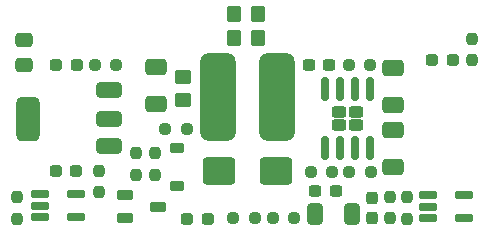
<source format=gbr>
%TF.GenerationSoftware,KiCad,Pcbnew,(7.0.0)*%
%TF.CreationDate,2023-08-10T18:16:06+02:00*%
%TF.ProjectId,SiboorVoronExt,5369626f-6f72-4566-9f72-6f6e4578742e,rev?*%
%TF.SameCoordinates,Original*%
%TF.FileFunction,Paste,Top*%
%TF.FilePolarity,Positive*%
%FSLAX46Y46*%
G04 Gerber Fmt 4.6, Leading zero omitted, Abs format (unit mm)*
G04 Created by KiCad (PCBNEW (7.0.0)) date 2023-08-10 18:16:06*
%MOMM*%
%LPD*%
G01*
G04 APERTURE LIST*
G04 Aperture macros list*
%AMRoundRect*
0 Rectangle with rounded corners*
0 $1 Rounding radius*
0 $2 $3 $4 $5 $6 $7 $8 $9 X,Y pos of 4 corners*
0 Add a 4 corners polygon primitive as box body*
4,1,4,$2,$3,$4,$5,$6,$7,$8,$9,$2,$3,0*
0 Add four circle primitives for the rounded corners*
1,1,$1+$1,$2,$3*
1,1,$1+$1,$4,$5*
1,1,$1+$1,$6,$7*
1,1,$1+$1,$8,$9*
0 Add four rect primitives between the rounded corners*
20,1,$1+$1,$2,$3,$4,$5,0*
20,1,$1+$1,$4,$5,$6,$7,0*
20,1,$1+$1,$6,$7,$8,$9,0*
20,1,$1+$1,$8,$9,$2,$3,0*%
G04 Aperture macros list end*
%ADD10RoundRect,0.250000X1.100000X0.900000X-1.100000X0.900000X-1.100000X-0.900000X1.100000X-0.900000X0*%
%ADD11RoundRect,0.237500X-0.237500X0.250000X-0.237500X-0.250000X0.237500X-0.250000X0.237500X0.250000X0*%
%ADD12RoundRect,0.237500X0.250000X0.237500X-0.250000X0.237500X-0.250000X-0.237500X0.250000X-0.237500X0*%
%ADD13RoundRect,0.250000X0.650000X-0.412500X0.650000X0.412500X-0.650000X0.412500X-0.650000X-0.412500X0*%
%ADD14RoundRect,0.162500X-0.637500X-0.162500X0.637500X-0.162500X0.637500X0.162500X-0.637500X0.162500X0*%
%ADD15RoundRect,0.237500X0.287500X0.237500X-0.287500X0.237500X-0.287500X-0.237500X0.287500X-0.237500X0*%
%ADD16RoundRect,0.237500X-0.250000X-0.237500X0.250000X-0.237500X0.250000X0.237500X-0.250000X0.237500X0*%
%ADD17RoundRect,0.237500X0.300000X0.237500X-0.300000X0.237500X-0.300000X-0.237500X0.300000X-0.237500X0*%
%ADD18RoundRect,0.250000X-0.350000X-0.450000X0.350000X-0.450000X0.350000X0.450000X-0.350000X0.450000X0*%
%ADD19RoundRect,0.237500X-0.237500X0.300000X-0.237500X-0.300000X0.237500X-0.300000X0.237500X0.300000X0*%
%ADD20RoundRect,0.225000X-0.375000X0.225000X-0.375000X-0.225000X0.375000X-0.225000X0.375000X0.225000X0*%
%ADD21RoundRect,0.237500X0.237500X-0.250000X0.237500X0.250000X-0.237500X0.250000X-0.237500X-0.250000X0*%
%ADD22RoundRect,0.325000X0.775000X0.325000X-0.775000X0.325000X-0.775000X-0.325000X0.775000X-0.325000X0*%
%ADD23RoundRect,0.500000X0.500000X1.400000X-0.500000X1.400000X-0.500000X-1.400000X0.500000X-1.400000X0*%
%ADD24RoundRect,0.250000X-0.412500X-0.650000X0.412500X-0.650000X0.412500X0.650000X-0.412500X0.650000X0*%
%ADD25RoundRect,0.250000X-0.650000X0.412500X-0.650000X-0.412500X0.650000X-0.412500X0.650000X0.412500X0*%
%ADD26RoundRect,0.250000X0.475000X-0.337500X0.475000X0.337500X-0.475000X0.337500X-0.475000X-0.337500X0*%
%ADD27RoundRect,0.250000X0.350000X0.450000X-0.350000X0.450000X-0.350000X-0.450000X0.350000X-0.450000X0*%
%ADD28RoundRect,0.750000X0.750000X3.000000X-0.750000X3.000000X-0.750000X-3.000000X0.750000X-3.000000X0*%
%ADD29RoundRect,0.200000X-0.500000X-0.200000X0.500000X-0.200000X0.500000X0.200000X-0.500000X0.200000X0*%
%ADD30RoundRect,0.240000X0.385000X-0.240000X0.385000X0.240000X-0.385000X0.240000X-0.385000X-0.240000X0*%
%ADD31RoundRect,0.150000X0.150000X-0.825000X0.150000X0.825000X-0.150000X0.825000X-0.150000X-0.825000X0*%
%ADD32RoundRect,0.250000X0.450000X-0.350000X0.450000X0.350000X-0.450000X0.350000X-0.450000X-0.350000X0*%
G04 APERTURE END LIST*
D10*
%TO.C,D2*%
X22850000Y-18000000D03*
X18050000Y-18000000D03*
%TD*%
D11*
%TO.C,R8*%
X12600000Y-16475000D03*
X12600000Y-18300000D03*
%TD*%
D12*
%TO.C,R11*%
X21062500Y-22000000D03*
X19237500Y-22000000D03*
%TD*%
D11*
%TO.C,R12*%
X11000000Y-16475000D03*
X11000000Y-18300000D03*
%TD*%
D13*
%TO.C,C5*%
X32800000Y-12425000D03*
X32800000Y-9300000D03*
%TD*%
D14*
%TO.C,U1*%
X35687000Y-20050000D03*
X35687000Y-21000000D03*
X35687000Y-21950000D03*
X38735000Y-21950000D03*
X38735000Y-20050000D03*
%TD*%
D15*
%TO.C,D4*%
X37850000Y-8600000D03*
X36100000Y-8600000D03*
%TD*%
D13*
%TO.C,C7*%
X12700000Y-12325000D03*
X12700000Y-9200000D03*
%TD*%
D16*
%TO.C,R13*%
X13462000Y-14478000D03*
X15287000Y-14478000D03*
%TD*%
D17*
%TO.C,C3*%
X27362500Y-9050000D03*
X25637500Y-9050000D03*
%TD*%
D18*
%TO.C,R6*%
X19300000Y-4700000D03*
X21300000Y-4700000D03*
%TD*%
D15*
%TO.C,D6*%
X5950000Y-18025000D03*
X4200000Y-18025000D03*
%TD*%
D19*
%TO.C,C4*%
X31000000Y-20237500D03*
X31000000Y-21962500D03*
%TD*%
D20*
%TO.C,D1*%
X14500000Y-16004000D03*
X14500000Y-19304000D03*
%TD*%
D21*
%TO.C,R9*%
X33976000Y-22025000D03*
X33976000Y-20200000D03*
%TD*%
%TO.C,R16*%
X7900000Y-19800000D03*
X7900000Y-17975000D03*
%TD*%
D16*
%TO.C,R4*%
X25787500Y-18100000D03*
X27612500Y-18100000D03*
%TD*%
D12*
%TO.C,R15*%
X9350000Y-9000000D03*
X7525000Y-9000000D03*
%TD*%
D17*
%TO.C,C1*%
X27900000Y-19700000D03*
X26175000Y-19700000D03*
%TD*%
D15*
%TO.C,D3*%
X17100000Y-22050000D03*
X15350000Y-22050000D03*
%TD*%
D22*
%TO.C,U4*%
X8700000Y-15850000D03*
X8700000Y-13550000D03*
D23*
X1900000Y-13550000D03*
D22*
X8700000Y-11150000D03*
%TD*%
D24*
%TO.C,C2*%
X26137500Y-21600000D03*
X29262500Y-21600000D03*
%TD*%
D14*
%TO.C,U2*%
X2876000Y-19975000D03*
X2876000Y-20925000D03*
X2876000Y-21875000D03*
X5924000Y-21875000D03*
X5924000Y-19975000D03*
%TD*%
D25*
%TO.C,C6*%
X32800000Y-14537500D03*
X32800000Y-17662500D03*
%TD*%
D26*
%TO.C,C9*%
X1561600Y-8986600D03*
X1561600Y-6911600D03*
%TD*%
D16*
%TO.C,R1*%
X22587500Y-22000000D03*
X24412500Y-22000000D03*
%TD*%
D15*
%TO.C,D5*%
X5975000Y-9000000D03*
X4225000Y-9000000D03*
%TD*%
D11*
%TO.C,R14*%
X39450000Y-6787500D03*
X39450000Y-8612500D03*
%TD*%
D27*
%TO.C,R7*%
X21300000Y-6700000D03*
X19300000Y-6700000D03*
%TD*%
D28*
%TO.C,L2*%
X22950000Y-11700000D03*
X17950000Y-11700000D03*
%TD*%
D21*
%TO.C,R10*%
X950000Y-22025000D03*
X950000Y-20200000D03*
%TD*%
D29*
%TO.C,Q1*%
X10062000Y-20050000D03*
X10062000Y-21950000D03*
X12862000Y-21000000D03*
%TD*%
D12*
%TO.C,R2*%
X30825000Y-9050000D03*
X29000000Y-9050000D03*
%TD*%
D30*
%TO.C,U3*%
X28150000Y-14120000D03*
X29650000Y-14120000D03*
X28150000Y-12980000D03*
X29650000Y-12980000D03*
D31*
X26995000Y-16025000D03*
X28265000Y-16025000D03*
X29535000Y-16025000D03*
X30805000Y-16025000D03*
X30805000Y-11075000D03*
X29535000Y-11075000D03*
X28265000Y-11075000D03*
X26995000Y-11075000D03*
%TD*%
D16*
%TO.C,R3*%
X29075000Y-18100000D03*
X30900000Y-18100000D03*
%TD*%
D11*
%TO.C,R5*%
X32500000Y-20187500D03*
X32500000Y-22012500D03*
%TD*%
D32*
%TO.C,C8*%
X15000000Y-12000000D03*
X15000000Y-10000000D03*
%TD*%
M02*

</source>
